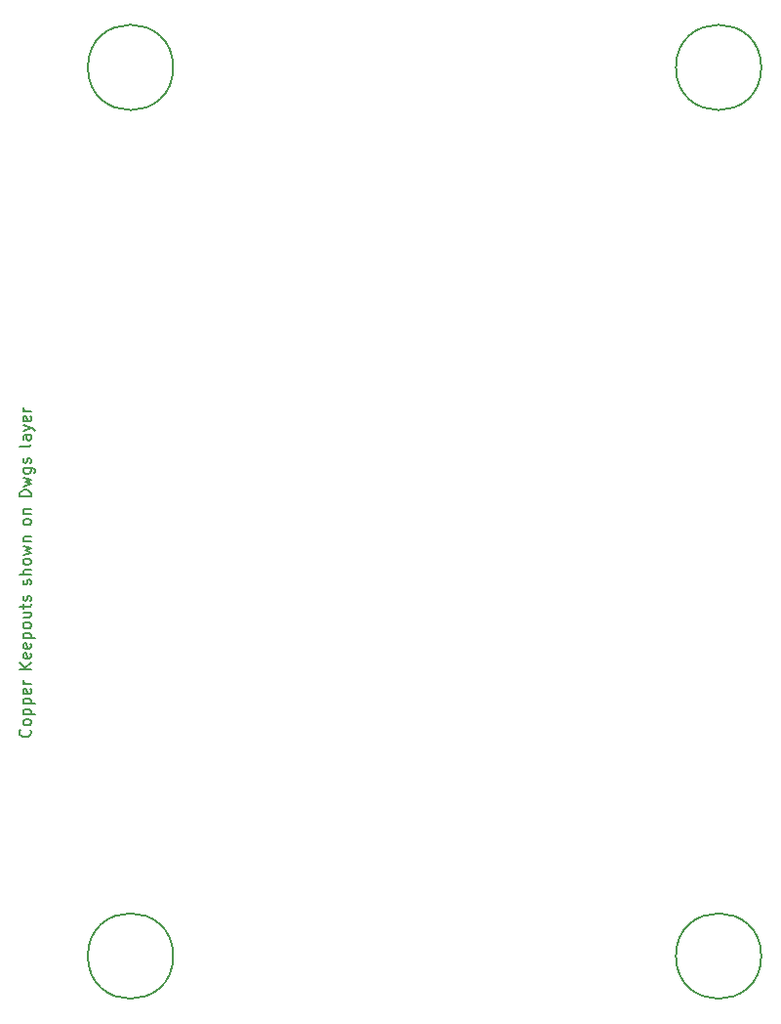
<source format=gbr>
%TF.GenerationSoftware,KiCad,Pcbnew,(7.0.0)*%
%TF.CreationDate,2023-02-26T16:33:45-05:00*%
%TF.ProjectId,Weather_Pico,57656174-6865-4725-9f50-69636f2e6b69,v2*%
%TF.SameCoordinates,Original*%
%TF.FileFunction,Other,Comment*%
%FSLAX46Y46*%
G04 Gerber Fmt 4.6, Leading zero omitted, Abs format (unit mm)*
G04 Created by KiCad (PCBNEW (7.0.0)) date 2023-02-26 16:33:45*
%MOMM*%
%LPD*%
G01*
G04 APERTURE LIST*
%ADD10C,0.150000*%
G04 APERTURE END LIST*
D10*
%TO.C,U1*%
X116272142Y-120395240D02*
X116319761Y-120442859D01*
X116319761Y-120442859D02*
X116367380Y-120585716D01*
X116367380Y-120585716D02*
X116367380Y-120680954D01*
X116367380Y-120680954D02*
X116319761Y-120823811D01*
X116319761Y-120823811D02*
X116224523Y-120919049D01*
X116224523Y-120919049D02*
X116129285Y-120966668D01*
X116129285Y-120966668D02*
X115938809Y-121014287D01*
X115938809Y-121014287D02*
X115795952Y-121014287D01*
X115795952Y-121014287D02*
X115605476Y-120966668D01*
X115605476Y-120966668D02*
X115510238Y-120919049D01*
X115510238Y-120919049D02*
X115415000Y-120823811D01*
X115415000Y-120823811D02*
X115367380Y-120680954D01*
X115367380Y-120680954D02*
X115367380Y-120585716D01*
X115367380Y-120585716D02*
X115415000Y-120442859D01*
X115415000Y-120442859D02*
X115462619Y-120395240D01*
X116367380Y-119823811D02*
X116319761Y-119919049D01*
X116319761Y-119919049D02*
X116272142Y-119966668D01*
X116272142Y-119966668D02*
X116176904Y-120014287D01*
X116176904Y-120014287D02*
X115891190Y-120014287D01*
X115891190Y-120014287D02*
X115795952Y-119966668D01*
X115795952Y-119966668D02*
X115748333Y-119919049D01*
X115748333Y-119919049D02*
X115700714Y-119823811D01*
X115700714Y-119823811D02*
X115700714Y-119680954D01*
X115700714Y-119680954D02*
X115748333Y-119585716D01*
X115748333Y-119585716D02*
X115795952Y-119538097D01*
X115795952Y-119538097D02*
X115891190Y-119490478D01*
X115891190Y-119490478D02*
X116176904Y-119490478D01*
X116176904Y-119490478D02*
X116272142Y-119538097D01*
X116272142Y-119538097D02*
X116319761Y-119585716D01*
X116319761Y-119585716D02*
X116367380Y-119680954D01*
X116367380Y-119680954D02*
X116367380Y-119823811D01*
X115700714Y-119061906D02*
X116700714Y-119061906D01*
X115748333Y-119061906D02*
X115700714Y-118966668D01*
X115700714Y-118966668D02*
X115700714Y-118776192D01*
X115700714Y-118776192D02*
X115748333Y-118680954D01*
X115748333Y-118680954D02*
X115795952Y-118633335D01*
X115795952Y-118633335D02*
X115891190Y-118585716D01*
X115891190Y-118585716D02*
X116176904Y-118585716D01*
X116176904Y-118585716D02*
X116272142Y-118633335D01*
X116272142Y-118633335D02*
X116319761Y-118680954D01*
X116319761Y-118680954D02*
X116367380Y-118776192D01*
X116367380Y-118776192D02*
X116367380Y-118966668D01*
X116367380Y-118966668D02*
X116319761Y-119061906D01*
X115700714Y-118157144D02*
X116700714Y-118157144D01*
X115748333Y-118157144D02*
X115700714Y-118061906D01*
X115700714Y-118061906D02*
X115700714Y-117871430D01*
X115700714Y-117871430D02*
X115748333Y-117776192D01*
X115748333Y-117776192D02*
X115795952Y-117728573D01*
X115795952Y-117728573D02*
X115891190Y-117680954D01*
X115891190Y-117680954D02*
X116176904Y-117680954D01*
X116176904Y-117680954D02*
X116272142Y-117728573D01*
X116272142Y-117728573D02*
X116319761Y-117776192D01*
X116319761Y-117776192D02*
X116367380Y-117871430D01*
X116367380Y-117871430D02*
X116367380Y-118061906D01*
X116367380Y-118061906D02*
X116319761Y-118157144D01*
X116319761Y-116871430D02*
X116367380Y-116966668D01*
X116367380Y-116966668D02*
X116367380Y-117157144D01*
X116367380Y-117157144D02*
X116319761Y-117252382D01*
X116319761Y-117252382D02*
X116224523Y-117300001D01*
X116224523Y-117300001D02*
X115843571Y-117300001D01*
X115843571Y-117300001D02*
X115748333Y-117252382D01*
X115748333Y-117252382D02*
X115700714Y-117157144D01*
X115700714Y-117157144D02*
X115700714Y-116966668D01*
X115700714Y-116966668D02*
X115748333Y-116871430D01*
X115748333Y-116871430D02*
X115843571Y-116823811D01*
X115843571Y-116823811D02*
X115938809Y-116823811D01*
X115938809Y-116823811D02*
X116034047Y-117300001D01*
X116367380Y-116395239D02*
X115700714Y-116395239D01*
X115891190Y-116395239D02*
X115795952Y-116347620D01*
X115795952Y-116347620D02*
X115748333Y-116300001D01*
X115748333Y-116300001D02*
X115700714Y-116204763D01*
X115700714Y-116204763D02*
X115700714Y-116109525D01*
X116367380Y-115176191D02*
X115367380Y-115176191D01*
X116367380Y-114604763D02*
X115795952Y-115033334D01*
X115367380Y-114604763D02*
X115938809Y-115176191D01*
X116319761Y-113795239D02*
X116367380Y-113890477D01*
X116367380Y-113890477D02*
X116367380Y-114080953D01*
X116367380Y-114080953D02*
X116319761Y-114176191D01*
X116319761Y-114176191D02*
X116224523Y-114223810D01*
X116224523Y-114223810D02*
X115843571Y-114223810D01*
X115843571Y-114223810D02*
X115748333Y-114176191D01*
X115748333Y-114176191D02*
X115700714Y-114080953D01*
X115700714Y-114080953D02*
X115700714Y-113890477D01*
X115700714Y-113890477D02*
X115748333Y-113795239D01*
X115748333Y-113795239D02*
X115843571Y-113747620D01*
X115843571Y-113747620D02*
X115938809Y-113747620D01*
X115938809Y-113747620D02*
X116034047Y-114223810D01*
X116319761Y-112938096D02*
X116367380Y-113033334D01*
X116367380Y-113033334D02*
X116367380Y-113223810D01*
X116367380Y-113223810D02*
X116319761Y-113319048D01*
X116319761Y-113319048D02*
X116224523Y-113366667D01*
X116224523Y-113366667D02*
X115843571Y-113366667D01*
X115843571Y-113366667D02*
X115748333Y-113319048D01*
X115748333Y-113319048D02*
X115700714Y-113223810D01*
X115700714Y-113223810D02*
X115700714Y-113033334D01*
X115700714Y-113033334D02*
X115748333Y-112938096D01*
X115748333Y-112938096D02*
X115843571Y-112890477D01*
X115843571Y-112890477D02*
X115938809Y-112890477D01*
X115938809Y-112890477D02*
X116034047Y-113366667D01*
X115700714Y-112461905D02*
X116700714Y-112461905D01*
X115748333Y-112461905D02*
X115700714Y-112366667D01*
X115700714Y-112366667D02*
X115700714Y-112176191D01*
X115700714Y-112176191D02*
X115748333Y-112080953D01*
X115748333Y-112080953D02*
X115795952Y-112033334D01*
X115795952Y-112033334D02*
X115891190Y-111985715D01*
X115891190Y-111985715D02*
X116176904Y-111985715D01*
X116176904Y-111985715D02*
X116272142Y-112033334D01*
X116272142Y-112033334D02*
X116319761Y-112080953D01*
X116319761Y-112080953D02*
X116367380Y-112176191D01*
X116367380Y-112176191D02*
X116367380Y-112366667D01*
X116367380Y-112366667D02*
X116319761Y-112461905D01*
X116367380Y-111414286D02*
X116319761Y-111509524D01*
X116319761Y-111509524D02*
X116272142Y-111557143D01*
X116272142Y-111557143D02*
X116176904Y-111604762D01*
X116176904Y-111604762D02*
X115891190Y-111604762D01*
X115891190Y-111604762D02*
X115795952Y-111557143D01*
X115795952Y-111557143D02*
X115748333Y-111509524D01*
X115748333Y-111509524D02*
X115700714Y-111414286D01*
X115700714Y-111414286D02*
X115700714Y-111271429D01*
X115700714Y-111271429D02*
X115748333Y-111176191D01*
X115748333Y-111176191D02*
X115795952Y-111128572D01*
X115795952Y-111128572D02*
X115891190Y-111080953D01*
X115891190Y-111080953D02*
X116176904Y-111080953D01*
X116176904Y-111080953D02*
X116272142Y-111128572D01*
X116272142Y-111128572D02*
X116319761Y-111176191D01*
X116319761Y-111176191D02*
X116367380Y-111271429D01*
X116367380Y-111271429D02*
X116367380Y-111414286D01*
X115700714Y-110223810D02*
X116367380Y-110223810D01*
X115700714Y-110652381D02*
X116224523Y-110652381D01*
X116224523Y-110652381D02*
X116319761Y-110604762D01*
X116319761Y-110604762D02*
X116367380Y-110509524D01*
X116367380Y-110509524D02*
X116367380Y-110366667D01*
X116367380Y-110366667D02*
X116319761Y-110271429D01*
X116319761Y-110271429D02*
X116272142Y-110223810D01*
X115700714Y-109890476D02*
X115700714Y-109509524D01*
X115367380Y-109747619D02*
X116224523Y-109747619D01*
X116224523Y-109747619D02*
X116319761Y-109700000D01*
X116319761Y-109700000D02*
X116367380Y-109604762D01*
X116367380Y-109604762D02*
X116367380Y-109509524D01*
X116319761Y-109223809D02*
X116367380Y-109128571D01*
X116367380Y-109128571D02*
X116367380Y-108938095D01*
X116367380Y-108938095D02*
X116319761Y-108842857D01*
X116319761Y-108842857D02*
X116224523Y-108795238D01*
X116224523Y-108795238D02*
X116176904Y-108795238D01*
X116176904Y-108795238D02*
X116081666Y-108842857D01*
X116081666Y-108842857D02*
X116034047Y-108938095D01*
X116034047Y-108938095D02*
X116034047Y-109080952D01*
X116034047Y-109080952D02*
X115986428Y-109176190D01*
X115986428Y-109176190D02*
X115891190Y-109223809D01*
X115891190Y-109223809D02*
X115843571Y-109223809D01*
X115843571Y-109223809D02*
X115748333Y-109176190D01*
X115748333Y-109176190D02*
X115700714Y-109080952D01*
X115700714Y-109080952D02*
X115700714Y-108938095D01*
X115700714Y-108938095D02*
X115748333Y-108842857D01*
X116319761Y-107814285D02*
X116367380Y-107719047D01*
X116367380Y-107719047D02*
X116367380Y-107528571D01*
X116367380Y-107528571D02*
X116319761Y-107433333D01*
X116319761Y-107433333D02*
X116224523Y-107385714D01*
X116224523Y-107385714D02*
X116176904Y-107385714D01*
X116176904Y-107385714D02*
X116081666Y-107433333D01*
X116081666Y-107433333D02*
X116034047Y-107528571D01*
X116034047Y-107528571D02*
X116034047Y-107671428D01*
X116034047Y-107671428D02*
X115986428Y-107766666D01*
X115986428Y-107766666D02*
X115891190Y-107814285D01*
X115891190Y-107814285D02*
X115843571Y-107814285D01*
X115843571Y-107814285D02*
X115748333Y-107766666D01*
X115748333Y-107766666D02*
X115700714Y-107671428D01*
X115700714Y-107671428D02*
X115700714Y-107528571D01*
X115700714Y-107528571D02*
X115748333Y-107433333D01*
X116367380Y-106957142D02*
X115367380Y-106957142D01*
X116367380Y-106528571D02*
X115843571Y-106528571D01*
X115843571Y-106528571D02*
X115748333Y-106576190D01*
X115748333Y-106576190D02*
X115700714Y-106671428D01*
X115700714Y-106671428D02*
X115700714Y-106814285D01*
X115700714Y-106814285D02*
X115748333Y-106909523D01*
X115748333Y-106909523D02*
X115795952Y-106957142D01*
X116367380Y-105909523D02*
X116319761Y-106004761D01*
X116319761Y-106004761D02*
X116272142Y-106052380D01*
X116272142Y-106052380D02*
X116176904Y-106099999D01*
X116176904Y-106099999D02*
X115891190Y-106099999D01*
X115891190Y-106099999D02*
X115795952Y-106052380D01*
X115795952Y-106052380D02*
X115748333Y-106004761D01*
X115748333Y-106004761D02*
X115700714Y-105909523D01*
X115700714Y-105909523D02*
X115700714Y-105766666D01*
X115700714Y-105766666D02*
X115748333Y-105671428D01*
X115748333Y-105671428D02*
X115795952Y-105623809D01*
X115795952Y-105623809D02*
X115891190Y-105576190D01*
X115891190Y-105576190D02*
X116176904Y-105576190D01*
X116176904Y-105576190D02*
X116272142Y-105623809D01*
X116272142Y-105623809D02*
X116319761Y-105671428D01*
X116319761Y-105671428D02*
X116367380Y-105766666D01*
X116367380Y-105766666D02*
X116367380Y-105909523D01*
X115700714Y-105242856D02*
X116367380Y-105052380D01*
X116367380Y-105052380D02*
X115891190Y-104861904D01*
X115891190Y-104861904D02*
X116367380Y-104671428D01*
X116367380Y-104671428D02*
X115700714Y-104480952D01*
X115700714Y-104099999D02*
X116367380Y-104099999D01*
X115795952Y-104099999D02*
X115748333Y-104052380D01*
X115748333Y-104052380D02*
X115700714Y-103957142D01*
X115700714Y-103957142D02*
X115700714Y-103814285D01*
X115700714Y-103814285D02*
X115748333Y-103719047D01*
X115748333Y-103719047D02*
X115843571Y-103671428D01*
X115843571Y-103671428D02*
X116367380Y-103671428D01*
X116367380Y-102452380D02*
X116319761Y-102547618D01*
X116319761Y-102547618D02*
X116272142Y-102595237D01*
X116272142Y-102595237D02*
X116176904Y-102642856D01*
X116176904Y-102642856D02*
X115891190Y-102642856D01*
X115891190Y-102642856D02*
X115795952Y-102595237D01*
X115795952Y-102595237D02*
X115748333Y-102547618D01*
X115748333Y-102547618D02*
X115700714Y-102452380D01*
X115700714Y-102452380D02*
X115700714Y-102309523D01*
X115700714Y-102309523D02*
X115748333Y-102214285D01*
X115748333Y-102214285D02*
X115795952Y-102166666D01*
X115795952Y-102166666D02*
X115891190Y-102119047D01*
X115891190Y-102119047D02*
X116176904Y-102119047D01*
X116176904Y-102119047D02*
X116272142Y-102166666D01*
X116272142Y-102166666D02*
X116319761Y-102214285D01*
X116319761Y-102214285D02*
X116367380Y-102309523D01*
X116367380Y-102309523D02*
X116367380Y-102452380D01*
X115700714Y-101690475D02*
X116367380Y-101690475D01*
X115795952Y-101690475D02*
X115748333Y-101642856D01*
X115748333Y-101642856D02*
X115700714Y-101547618D01*
X115700714Y-101547618D02*
X115700714Y-101404761D01*
X115700714Y-101404761D02*
X115748333Y-101309523D01*
X115748333Y-101309523D02*
X115843571Y-101261904D01*
X115843571Y-101261904D02*
X116367380Y-101261904D01*
X116367380Y-100185713D02*
X115367380Y-100185713D01*
X115367380Y-100185713D02*
X115367380Y-99947618D01*
X115367380Y-99947618D02*
X115415000Y-99804761D01*
X115415000Y-99804761D02*
X115510238Y-99709523D01*
X115510238Y-99709523D02*
X115605476Y-99661904D01*
X115605476Y-99661904D02*
X115795952Y-99614285D01*
X115795952Y-99614285D02*
X115938809Y-99614285D01*
X115938809Y-99614285D02*
X116129285Y-99661904D01*
X116129285Y-99661904D02*
X116224523Y-99709523D01*
X116224523Y-99709523D02*
X116319761Y-99804761D01*
X116319761Y-99804761D02*
X116367380Y-99947618D01*
X116367380Y-99947618D02*
X116367380Y-100185713D01*
X115700714Y-99280951D02*
X116367380Y-99090475D01*
X116367380Y-99090475D02*
X115891190Y-98899999D01*
X115891190Y-98899999D02*
X116367380Y-98709523D01*
X116367380Y-98709523D02*
X115700714Y-98519047D01*
X115700714Y-97709523D02*
X116510238Y-97709523D01*
X116510238Y-97709523D02*
X116605476Y-97757142D01*
X116605476Y-97757142D02*
X116653095Y-97804761D01*
X116653095Y-97804761D02*
X116700714Y-97899999D01*
X116700714Y-97899999D02*
X116700714Y-98042856D01*
X116700714Y-98042856D02*
X116653095Y-98138094D01*
X116319761Y-97709523D02*
X116367380Y-97804761D01*
X116367380Y-97804761D02*
X116367380Y-97995237D01*
X116367380Y-97995237D02*
X116319761Y-98090475D01*
X116319761Y-98090475D02*
X116272142Y-98138094D01*
X116272142Y-98138094D02*
X116176904Y-98185713D01*
X116176904Y-98185713D02*
X115891190Y-98185713D01*
X115891190Y-98185713D02*
X115795952Y-98138094D01*
X115795952Y-98138094D02*
X115748333Y-98090475D01*
X115748333Y-98090475D02*
X115700714Y-97995237D01*
X115700714Y-97995237D02*
X115700714Y-97804761D01*
X115700714Y-97804761D02*
X115748333Y-97709523D01*
X116319761Y-97280951D02*
X116367380Y-97185713D01*
X116367380Y-97185713D02*
X116367380Y-96995237D01*
X116367380Y-96995237D02*
X116319761Y-96899999D01*
X116319761Y-96899999D02*
X116224523Y-96852380D01*
X116224523Y-96852380D02*
X116176904Y-96852380D01*
X116176904Y-96852380D02*
X116081666Y-96899999D01*
X116081666Y-96899999D02*
X116034047Y-96995237D01*
X116034047Y-96995237D02*
X116034047Y-97138094D01*
X116034047Y-97138094D02*
X115986428Y-97233332D01*
X115986428Y-97233332D02*
X115891190Y-97280951D01*
X115891190Y-97280951D02*
X115843571Y-97280951D01*
X115843571Y-97280951D02*
X115748333Y-97233332D01*
X115748333Y-97233332D02*
X115700714Y-97138094D01*
X115700714Y-97138094D02*
X115700714Y-96995237D01*
X115700714Y-96995237D02*
X115748333Y-96899999D01*
X116367380Y-95680951D02*
X116319761Y-95776189D01*
X116319761Y-95776189D02*
X116224523Y-95823808D01*
X116224523Y-95823808D02*
X115367380Y-95823808D01*
X116367380Y-94871427D02*
X115843571Y-94871427D01*
X115843571Y-94871427D02*
X115748333Y-94919046D01*
X115748333Y-94919046D02*
X115700714Y-95014284D01*
X115700714Y-95014284D02*
X115700714Y-95204760D01*
X115700714Y-95204760D02*
X115748333Y-95299998D01*
X116319761Y-94871427D02*
X116367380Y-94966665D01*
X116367380Y-94966665D02*
X116367380Y-95204760D01*
X116367380Y-95204760D02*
X116319761Y-95299998D01*
X116319761Y-95299998D02*
X116224523Y-95347617D01*
X116224523Y-95347617D02*
X116129285Y-95347617D01*
X116129285Y-95347617D02*
X116034047Y-95299998D01*
X116034047Y-95299998D02*
X115986428Y-95204760D01*
X115986428Y-95204760D02*
X115986428Y-94966665D01*
X115986428Y-94966665D02*
X115938809Y-94871427D01*
X115700714Y-94490474D02*
X116367380Y-94252379D01*
X115700714Y-94014284D02*
X116367380Y-94252379D01*
X116367380Y-94252379D02*
X116605476Y-94347617D01*
X116605476Y-94347617D02*
X116653095Y-94395236D01*
X116653095Y-94395236D02*
X116700714Y-94490474D01*
X116319761Y-93252379D02*
X116367380Y-93347617D01*
X116367380Y-93347617D02*
X116367380Y-93538093D01*
X116367380Y-93538093D02*
X116319761Y-93633331D01*
X116319761Y-93633331D02*
X116224523Y-93680950D01*
X116224523Y-93680950D02*
X115843571Y-93680950D01*
X115843571Y-93680950D02*
X115748333Y-93633331D01*
X115748333Y-93633331D02*
X115700714Y-93538093D01*
X115700714Y-93538093D02*
X115700714Y-93347617D01*
X115700714Y-93347617D02*
X115748333Y-93252379D01*
X115748333Y-93252379D02*
X115843571Y-93204760D01*
X115843571Y-93204760D02*
X115938809Y-93204760D01*
X115938809Y-93204760D02*
X116034047Y-93680950D01*
X116367380Y-92776188D02*
X115700714Y-92776188D01*
X115891190Y-92776188D02*
X115795952Y-92728569D01*
X115795952Y-92728569D02*
X115748333Y-92680950D01*
X115748333Y-92680950D02*
X115700714Y-92585712D01*
X115700714Y-92585712D02*
X115700714Y-92490474D01*
%TO.C,H1*%
X179700000Y-140000000D02*
G75*
G03*
X179700000Y-140000000I-3700000J0D01*
G01*
%TO.C,H2*%
X128700000Y-63000000D02*
G75*
G03*
X128700000Y-63000000I-3700000J0D01*
G01*
%TO.C,H3*%
X179700000Y-63000000D02*
G75*
G03*
X179700000Y-63000000I-3700000J0D01*
G01*
%TO.C,H4*%
X128700000Y-140000000D02*
G75*
G03*
X128700000Y-140000000I-3700000J0D01*
G01*
%TD*%
M02*

</source>
